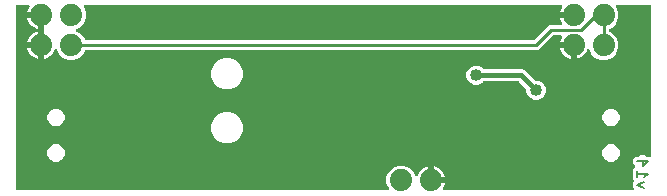
<source format=gbr>
G04 EAGLE Gerber RS-274X export*
G75*
%MOMM*%
%FSLAX34Y34*%
%LPD*%
%INBottom Copper*%
%IPPOS*%
%AMOC8*
5,1,8,0,0,1.08239X$1,22.5*%
G01*
%ADD10C,0.152400*%
%ADD11C,1.879600*%
%ADD12C,1.016000*%
%ADD13C,0.254000*%
%ADD14C,0.406400*%

G36*
X318454Y4071D02*
X318454Y4071D01*
X318504Y4069D01*
X318611Y4091D01*
X318721Y4105D01*
X318767Y4123D01*
X318815Y4133D01*
X318914Y4181D01*
X319016Y4222D01*
X319056Y4251D01*
X319101Y4273D01*
X319185Y4344D01*
X319274Y4408D01*
X319305Y4447D01*
X319343Y4479D01*
X319406Y4569D01*
X319476Y4653D01*
X319498Y4698D01*
X319526Y4739D01*
X319565Y4842D01*
X319612Y4941D01*
X319621Y4990D01*
X319639Y5036D01*
X319651Y5146D01*
X319672Y5253D01*
X319669Y5303D01*
X319674Y5352D01*
X319659Y5461D01*
X319652Y5571D01*
X319637Y5618D01*
X319630Y5667D01*
X319578Y5820D01*
X317753Y10224D01*
X317753Y15176D01*
X319648Y19750D01*
X323150Y23252D01*
X327724Y25147D01*
X332676Y25147D01*
X337250Y23252D01*
X340752Y19750D01*
X342005Y16725D01*
X342020Y16699D01*
X342029Y16670D01*
X342099Y16561D01*
X342163Y16448D01*
X342184Y16427D01*
X342200Y16402D01*
X342294Y16313D01*
X342384Y16220D01*
X342410Y16204D01*
X342431Y16184D01*
X342545Y16121D01*
X342655Y16054D01*
X342684Y16045D01*
X342710Y16031D01*
X342835Y15998D01*
X342959Y15960D01*
X342989Y15959D01*
X343018Y15951D01*
X343148Y15951D01*
X343277Y15945D01*
X343306Y15951D01*
X343336Y15951D01*
X343461Y15983D01*
X343588Y16009D01*
X343615Y16022D01*
X343644Y16030D01*
X343757Y16092D01*
X343874Y16149D01*
X343897Y16168D01*
X343923Y16183D01*
X344017Y16271D01*
X344116Y16355D01*
X344133Y16380D01*
X344155Y16400D01*
X344224Y16509D01*
X344299Y16615D01*
X344310Y16643D01*
X344326Y16669D01*
X344385Y16818D01*
X344536Y17283D01*
X345389Y18957D01*
X346494Y20478D01*
X347822Y21806D01*
X349343Y22911D01*
X351017Y23764D01*
X352804Y24345D01*
X353061Y24385D01*
X353061Y13970D01*
X353076Y13852D01*
X353083Y13733D01*
X353096Y13695D01*
X353101Y13655D01*
X353144Y13544D01*
X353181Y13431D01*
X353203Y13397D01*
X353218Y13359D01*
X353288Y13263D01*
X353351Y13162D01*
X353381Y13134D01*
X353404Y13102D01*
X353496Y13026D01*
X353583Y12944D01*
X353618Y12925D01*
X353649Y12899D01*
X353757Y12848D01*
X353861Y12791D01*
X353901Y12780D01*
X353937Y12763D01*
X354054Y12741D01*
X354169Y12711D01*
X354230Y12707D01*
X354250Y12703D01*
X354270Y12705D01*
X354330Y12701D01*
X355601Y12701D01*
X355601Y11430D01*
X355616Y11312D01*
X355623Y11193D01*
X355636Y11155D01*
X355641Y11114D01*
X355685Y11004D01*
X355721Y10891D01*
X355743Y10856D01*
X355758Y10819D01*
X355828Y10723D01*
X355891Y10622D01*
X355921Y10594D01*
X355945Y10561D01*
X356036Y10486D01*
X356123Y10404D01*
X356158Y10384D01*
X356190Y10359D01*
X356297Y10308D01*
X356402Y10250D01*
X356441Y10240D01*
X356477Y10223D01*
X356594Y10201D01*
X356709Y10171D01*
X356770Y10167D01*
X356790Y10163D01*
X356810Y10165D01*
X356870Y10161D01*
X367285Y10161D01*
X367245Y9904D01*
X366664Y8117D01*
X365811Y6443D01*
X365547Y6080D01*
X365528Y6045D01*
X365503Y6015D01*
X365452Y5906D01*
X365394Y5801D01*
X365384Y5763D01*
X365367Y5727D01*
X365345Y5609D01*
X365315Y5493D01*
X365315Y5454D01*
X365308Y5414D01*
X365315Y5295D01*
X365315Y5175D01*
X365325Y5137D01*
X365327Y5097D01*
X365364Y4983D01*
X365394Y4867D01*
X365413Y4832D01*
X365425Y4795D01*
X365489Y4694D01*
X365547Y4589D01*
X365574Y4559D01*
X365595Y4526D01*
X365683Y4444D01*
X365765Y4357D01*
X365798Y4335D01*
X365827Y4308D01*
X365932Y4250D01*
X366033Y4186D01*
X366071Y4174D01*
X366106Y4154D01*
X366221Y4125D01*
X366335Y4087D01*
X366375Y4085D01*
X366414Y4075D01*
X366574Y4065D01*
X526085Y4065D01*
X526090Y4065D01*
X526094Y4065D01*
X526248Y4085D01*
X526401Y4105D01*
X526405Y4106D01*
X526409Y4107D01*
X526553Y4165D01*
X526696Y4222D01*
X526700Y4224D01*
X526704Y4226D01*
X526829Y4318D01*
X526954Y4408D01*
X526957Y4412D01*
X526960Y4415D01*
X527058Y4535D01*
X527156Y4653D01*
X527158Y4658D01*
X527161Y4661D01*
X527226Y4802D01*
X527292Y4941D01*
X527293Y4946D01*
X527295Y4950D01*
X527323Y5102D01*
X527352Y5253D01*
X527352Y5258D01*
X527352Y5262D01*
X527342Y5417D01*
X527332Y5571D01*
X527331Y5575D01*
X527330Y5580D01*
X527289Y5735D01*
X526851Y7050D01*
X526847Y7059D01*
X526845Y7068D01*
X526782Y7216D01*
X526228Y8325D01*
X526234Y8361D01*
X526263Y8508D01*
X526263Y8517D01*
X526264Y8526D01*
X526254Y8674D01*
X526246Y8826D01*
X526243Y8834D01*
X526242Y8843D01*
X526233Y8880D01*
X526782Y9979D01*
X526785Y9988D01*
X526791Y9996D01*
X526851Y10145D01*
X527363Y11680D01*
X527391Y11821D01*
X527422Y11960D01*
X527421Y11976D01*
X527425Y11992D01*
X527417Y12135D01*
X527412Y12278D01*
X527408Y12293D01*
X527407Y12309D01*
X527364Y12446D01*
X527324Y12584D01*
X527316Y12597D01*
X527311Y12612D01*
X527235Y12734D01*
X527162Y12858D01*
X527148Y12874D01*
X527143Y12882D01*
X527129Y12895D01*
X527056Y12979D01*
X526541Y13493D01*
X526541Y22412D01*
X528023Y23894D01*
X528096Y23988D01*
X528174Y24077D01*
X528193Y24113D01*
X528218Y24145D01*
X528265Y24254D01*
X528319Y24360D01*
X528328Y24400D01*
X528344Y24437D01*
X528363Y24555D01*
X528389Y24671D01*
X528387Y24711D01*
X528394Y24751D01*
X528383Y24870D01*
X528379Y24988D01*
X528368Y25027D01*
X528364Y25068D01*
X528324Y25180D01*
X528291Y25294D01*
X528270Y25329D01*
X528256Y25367D01*
X528190Y25465D01*
X528129Y25568D01*
X528089Y25613D01*
X528078Y25630D01*
X528063Y25643D01*
X528023Y25689D01*
X526541Y27170D01*
X526541Y30327D01*
X528774Y32559D01*
X531129Y32559D01*
X531227Y32572D01*
X531326Y32575D01*
X531384Y32591D01*
X531444Y32599D01*
X531537Y32636D01*
X531632Y32663D01*
X531684Y32694D01*
X531740Y32716D01*
X531820Y32774D01*
X531906Y32825D01*
X531981Y32891D01*
X531997Y32903D01*
X532005Y32912D01*
X532026Y32931D01*
X533095Y34000D01*
X536252Y34000D01*
X537321Y32931D01*
X537399Y32870D01*
X537471Y32802D01*
X537524Y32773D01*
X537572Y32736D01*
X537663Y32697D01*
X537750Y32649D01*
X537808Y32634D01*
X537864Y32610D01*
X537962Y32594D01*
X538058Y32569D01*
X538158Y32563D01*
X538178Y32560D01*
X538190Y32561D01*
X538218Y32559D01*
X540766Y32559D01*
X540884Y32574D01*
X541003Y32582D01*
X541041Y32594D01*
X541082Y32599D01*
X541192Y32643D01*
X541305Y32680D01*
X541340Y32701D01*
X541377Y32716D01*
X541473Y32786D01*
X541574Y32850D01*
X541602Y32879D01*
X541635Y32903D01*
X541711Y32995D01*
X541792Y33081D01*
X541812Y33117D01*
X541837Y33148D01*
X541888Y33256D01*
X541946Y33360D01*
X541956Y33399D01*
X541973Y33436D01*
X541995Y33552D01*
X542025Y33668D01*
X542029Y33728D01*
X542033Y33748D01*
X542031Y33768D01*
X542035Y33828D01*
X542035Y159766D01*
X542020Y159884D01*
X542013Y160003D01*
X542000Y160041D01*
X541995Y160082D01*
X541952Y160192D01*
X541915Y160305D01*
X541893Y160340D01*
X541878Y160377D01*
X541809Y160473D01*
X541745Y160574D01*
X541715Y160602D01*
X541692Y160635D01*
X541600Y160711D01*
X541513Y160792D01*
X541478Y160812D01*
X541447Y160837D01*
X541339Y160888D01*
X541235Y160946D01*
X541195Y160956D01*
X541159Y160973D01*
X541042Y160995D01*
X540927Y161025D01*
X540867Y161029D01*
X540847Y161033D01*
X540826Y161031D01*
X540766Y161035D01*
X513445Y161035D01*
X513396Y161029D01*
X513346Y161031D01*
X513239Y161009D01*
X513129Y160995D01*
X513083Y160977D01*
X513035Y160967D01*
X512936Y160919D01*
X512834Y160878D01*
X512794Y160849D01*
X512749Y160827D01*
X512665Y160756D01*
X512576Y160692D01*
X512545Y160653D01*
X512507Y160621D01*
X512444Y160531D01*
X512374Y160447D01*
X512352Y160402D01*
X512324Y160361D01*
X512285Y160258D01*
X512238Y160159D01*
X512229Y160110D01*
X512211Y160064D01*
X512199Y159954D01*
X512178Y159847D01*
X512181Y159797D01*
X512176Y159748D01*
X512191Y159639D01*
X512198Y159529D01*
X512213Y159482D01*
X512220Y159433D01*
X512272Y159280D01*
X514097Y154876D01*
X514097Y149924D01*
X512202Y145350D01*
X508700Y141848D01*
X506752Y141041D01*
X506727Y141027D01*
X506699Y141017D01*
X506666Y140997D01*
X506641Y140987D01*
X506583Y140944D01*
X506476Y140884D01*
X506455Y140863D01*
X506430Y140847D01*
X506389Y140804D01*
X506384Y140800D01*
X506372Y140786D01*
X506341Y140753D01*
X506248Y140662D01*
X506232Y140637D01*
X506212Y140616D01*
X506149Y140502D01*
X506081Y140391D01*
X506073Y140363D01*
X506058Y140337D01*
X506026Y140211D01*
X505988Y140087D01*
X505986Y140058D01*
X505979Y140029D01*
X505969Y139869D01*
X505969Y139531D01*
X505972Y139502D01*
X505970Y139473D01*
X505992Y139345D01*
X506009Y139216D01*
X506019Y139189D01*
X506024Y139159D01*
X506078Y139041D01*
X506126Y138920D01*
X506143Y138896D01*
X506155Y138869D01*
X506236Y138768D01*
X506312Y138663D01*
X506335Y138644D01*
X506354Y138621D01*
X506457Y138543D01*
X506557Y138460D01*
X506584Y138447D01*
X506608Y138430D01*
X506752Y138359D01*
X508700Y137552D01*
X512202Y134050D01*
X514097Y129476D01*
X514097Y124524D01*
X512202Y119950D01*
X508700Y116448D01*
X504126Y114553D01*
X499174Y114553D01*
X494600Y116448D01*
X491098Y119950D01*
X489845Y122975D01*
X489830Y123001D01*
X489821Y123030D01*
X489751Y123139D01*
X489687Y123252D01*
X489666Y123273D01*
X489650Y123298D01*
X489556Y123387D01*
X489466Y123480D01*
X489440Y123496D01*
X489419Y123516D01*
X489305Y123579D01*
X489195Y123646D01*
X489166Y123655D01*
X489140Y123669D01*
X489015Y123702D01*
X488891Y123740D01*
X488861Y123741D01*
X488832Y123749D01*
X488702Y123749D01*
X488573Y123755D01*
X488544Y123749D01*
X488514Y123749D01*
X488389Y123717D01*
X488262Y123691D01*
X488235Y123678D01*
X488206Y123670D01*
X488093Y123608D01*
X487976Y123551D01*
X487953Y123532D01*
X487927Y123517D01*
X487833Y123429D01*
X487734Y123345D01*
X487717Y123320D01*
X487695Y123300D01*
X487626Y123191D01*
X487551Y123085D01*
X487540Y123057D01*
X487524Y123031D01*
X487465Y122882D01*
X487314Y122417D01*
X486461Y120743D01*
X485356Y119222D01*
X484028Y117894D01*
X482507Y116789D01*
X480833Y115936D01*
X479046Y115355D01*
X478789Y115315D01*
X478789Y125730D01*
X478774Y125848D01*
X478767Y125967D01*
X478754Y126005D01*
X478749Y126045D01*
X478706Y126156D01*
X478669Y126269D01*
X478647Y126303D01*
X478632Y126341D01*
X478562Y126437D01*
X478499Y126538D01*
X478469Y126566D01*
X478445Y126598D01*
X478354Y126674D01*
X478267Y126756D01*
X478232Y126775D01*
X478201Y126801D01*
X478093Y126852D01*
X477989Y126909D01*
X477949Y126920D01*
X477913Y126937D01*
X477796Y126959D01*
X477681Y126989D01*
X477620Y126993D01*
X477600Y126997D01*
X477580Y126995D01*
X477520Y126999D01*
X476249Y126999D01*
X476249Y128270D01*
X476234Y128388D01*
X476227Y128507D01*
X476214Y128545D01*
X476209Y128585D01*
X476165Y128696D01*
X476129Y128809D01*
X476107Y128844D01*
X476092Y128881D01*
X476022Y128977D01*
X475959Y129078D01*
X475929Y129106D01*
X475905Y129139D01*
X475814Y129214D01*
X475727Y129296D01*
X475692Y129316D01*
X475660Y129341D01*
X475553Y129392D01*
X475448Y129450D01*
X475409Y129460D01*
X475373Y129477D01*
X475256Y129499D01*
X475141Y129529D01*
X475080Y129533D01*
X475060Y129537D01*
X475040Y129535D01*
X474980Y129539D01*
X464565Y129539D01*
X464605Y129796D01*
X465186Y131583D01*
X466039Y133257D01*
X466118Y133366D01*
X466137Y133401D01*
X466163Y133431D01*
X466214Y133540D01*
X466271Y133644D01*
X466281Y133683D01*
X466298Y133719D01*
X466321Y133836D01*
X466350Y133953D01*
X466350Y133992D01*
X466358Y134032D01*
X466350Y134151D01*
X466351Y134271D01*
X466341Y134309D01*
X466338Y134349D01*
X466301Y134463D01*
X466272Y134579D01*
X466252Y134614D01*
X466240Y134651D01*
X466176Y134752D01*
X466119Y134857D01*
X466091Y134886D01*
X466070Y134920D01*
X465983Y135002D01*
X465901Y135089D01*
X465867Y135111D01*
X465838Y135138D01*
X465734Y135196D01*
X465633Y135260D01*
X465595Y135272D01*
X465560Y135292D01*
X465444Y135321D01*
X465330Y135359D01*
X465290Y135361D01*
X465252Y135371D01*
X465091Y135381D01*
X459515Y135381D01*
X459416Y135369D01*
X459317Y135366D01*
X459259Y135349D01*
X459199Y135341D01*
X459107Y135305D01*
X459012Y135277D01*
X458960Y135247D01*
X458903Y135224D01*
X458823Y135166D01*
X458738Y135116D01*
X458663Y135050D01*
X458646Y135038D01*
X458638Y135028D01*
X458617Y135010D01*
X446289Y122681D01*
X63331Y122681D01*
X63302Y122678D01*
X63273Y122680D01*
X63145Y122658D01*
X63016Y122641D01*
X62989Y122631D01*
X62959Y122626D01*
X62841Y122572D01*
X62720Y122524D01*
X62696Y122507D01*
X62669Y122495D01*
X62568Y122414D01*
X62463Y122338D01*
X62444Y122315D01*
X62421Y122296D01*
X62343Y122193D01*
X62260Y122093D01*
X62247Y122066D01*
X62230Y122042D01*
X62159Y121898D01*
X61352Y119950D01*
X57850Y116448D01*
X53276Y114553D01*
X48324Y114553D01*
X43750Y116448D01*
X40248Y119950D01*
X38995Y122975D01*
X38980Y123001D01*
X38971Y123030D01*
X38901Y123139D01*
X38837Y123252D01*
X38816Y123273D01*
X38800Y123298D01*
X38706Y123387D01*
X38616Y123480D01*
X38590Y123496D01*
X38569Y123516D01*
X38455Y123579D01*
X38345Y123646D01*
X38316Y123655D01*
X38290Y123669D01*
X38165Y123702D01*
X38041Y123740D01*
X38011Y123741D01*
X37982Y123749D01*
X37852Y123749D01*
X37723Y123755D01*
X37694Y123749D01*
X37664Y123749D01*
X37539Y123717D01*
X37412Y123691D01*
X37385Y123678D01*
X37356Y123670D01*
X37243Y123608D01*
X37126Y123551D01*
X37103Y123532D01*
X37077Y123517D01*
X36983Y123429D01*
X36884Y123345D01*
X36867Y123320D01*
X36845Y123300D01*
X36776Y123191D01*
X36701Y123085D01*
X36690Y123057D01*
X36674Y123031D01*
X36615Y122882D01*
X36464Y122417D01*
X35611Y120743D01*
X34506Y119222D01*
X33178Y117894D01*
X31657Y116789D01*
X29983Y115936D01*
X28196Y115355D01*
X27939Y115315D01*
X27939Y125730D01*
X27924Y125848D01*
X27917Y125967D01*
X27904Y126005D01*
X27899Y126045D01*
X27856Y126156D01*
X27819Y126269D01*
X27797Y126303D01*
X27782Y126341D01*
X27712Y126437D01*
X27649Y126538D01*
X27619Y126566D01*
X27595Y126598D01*
X27504Y126674D01*
X27417Y126756D01*
X27382Y126775D01*
X27351Y126801D01*
X27243Y126852D01*
X27139Y126909D01*
X27099Y126920D01*
X27063Y126937D01*
X26946Y126959D01*
X26831Y126989D01*
X26770Y126993D01*
X26750Y126997D01*
X26730Y126995D01*
X26670Y126999D01*
X25399Y126999D01*
X25399Y127001D01*
X26670Y127001D01*
X26788Y127016D01*
X26907Y127023D01*
X26945Y127036D01*
X26985Y127041D01*
X27096Y127085D01*
X27209Y127121D01*
X27244Y127143D01*
X27281Y127158D01*
X27377Y127228D01*
X27478Y127291D01*
X27506Y127321D01*
X27539Y127345D01*
X27614Y127436D01*
X27696Y127523D01*
X27716Y127558D01*
X27741Y127590D01*
X27792Y127697D01*
X27850Y127802D01*
X27860Y127841D01*
X27877Y127877D01*
X27899Y127994D01*
X27929Y128109D01*
X27933Y128170D01*
X27937Y128190D01*
X27935Y128210D01*
X27939Y128270D01*
X27939Y151130D01*
X27924Y151248D01*
X27917Y151367D01*
X27904Y151405D01*
X27899Y151445D01*
X27856Y151556D01*
X27819Y151669D01*
X27797Y151703D01*
X27782Y151741D01*
X27713Y151837D01*
X27649Y151938D01*
X27619Y151966D01*
X27595Y151998D01*
X27504Y152074D01*
X27417Y152156D01*
X27382Y152175D01*
X27351Y152201D01*
X27243Y152252D01*
X27139Y152309D01*
X27099Y152320D01*
X27063Y152337D01*
X26946Y152359D01*
X26831Y152389D01*
X26770Y152393D01*
X26750Y152397D01*
X26730Y152395D01*
X26670Y152399D01*
X25399Y152399D01*
X25399Y153670D01*
X25384Y153788D01*
X25377Y153907D01*
X25364Y153945D01*
X25359Y153985D01*
X25315Y154096D01*
X25279Y154209D01*
X25257Y154244D01*
X25242Y154281D01*
X25172Y154377D01*
X25109Y154478D01*
X25079Y154506D01*
X25055Y154539D01*
X24964Y154614D01*
X24877Y154696D01*
X24842Y154716D01*
X24810Y154741D01*
X24703Y154792D01*
X24598Y154850D01*
X24559Y154860D01*
X24523Y154877D01*
X24406Y154899D01*
X24291Y154929D01*
X24230Y154933D01*
X24210Y154937D01*
X24190Y154935D01*
X24130Y154939D01*
X13715Y154939D01*
X13755Y155196D01*
X14336Y156983D01*
X15189Y158657D01*
X15453Y159020D01*
X15472Y159055D01*
X15497Y159085D01*
X15548Y159194D01*
X15606Y159299D01*
X15616Y159337D01*
X15633Y159373D01*
X15655Y159491D01*
X15685Y159607D01*
X15685Y159646D01*
X15692Y159686D01*
X15685Y159805D01*
X15685Y159925D01*
X15675Y159963D01*
X15673Y160003D01*
X15636Y160117D01*
X15606Y160233D01*
X15587Y160268D01*
X15575Y160305D01*
X15511Y160406D01*
X15453Y160511D01*
X15426Y160541D01*
X15405Y160574D01*
X15317Y160656D01*
X15235Y160743D01*
X15202Y160765D01*
X15173Y160792D01*
X15068Y160850D01*
X14967Y160914D01*
X14929Y160926D01*
X14894Y160946D01*
X14779Y160975D01*
X14665Y161013D01*
X14625Y161015D01*
X14586Y161025D01*
X14426Y161035D01*
X5334Y161035D01*
X5216Y161020D01*
X5097Y161013D01*
X5059Y161000D01*
X5018Y160995D01*
X4908Y160952D01*
X4795Y160915D01*
X4760Y160893D01*
X4723Y160878D01*
X4627Y160809D01*
X4526Y160745D01*
X4498Y160715D01*
X4465Y160692D01*
X4389Y160600D01*
X4308Y160513D01*
X4288Y160478D01*
X4263Y160447D01*
X4212Y160339D01*
X4154Y160235D01*
X4144Y160195D01*
X4127Y160159D01*
X4105Y160042D01*
X4075Y159927D01*
X4071Y159867D01*
X4067Y159847D01*
X4069Y159826D01*
X4065Y159766D01*
X4065Y5334D01*
X4080Y5216D01*
X4087Y5097D01*
X4100Y5059D01*
X4105Y5018D01*
X4148Y4908D01*
X4185Y4795D01*
X4207Y4760D01*
X4222Y4723D01*
X4291Y4627D01*
X4355Y4526D01*
X4385Y4498D01*
X4408Y4465D01*
X4500Y4389D01*
X4587Y4308D01*
X4622Y4288D01*
X4653Y4263D01*
X4761Y4212D01*
X4865Y4154D01*
X4905Y4144D01*
X4941Y4127D01*
X5058Y4105D01*
X5173Y4075D01*
X5233Y4071D01*
X5253Y4067D01*
X5274Y4069D01*
X5334Y4065D01*
X318405Y4065D01*
X318454Y4071D01*
G37*
G36*
X442284Y131331D02*
X442284Y131331D01*
X442383Y131334D01*
X442441Y131351D01*
X442501Y131359D01*
X442593Y131395D01*
X442688Y131423D01*
X442740Y131453D01*
X442797Y131476D01*
X442877Y131534D01*
X442962Y131584D01*
X443037Y131650D01*
X443054Y131662D01*
X443062Y131672D01*
X443083Y131690D01*
X455411Y144019D01*
X465091Y144019D01*
X465131Y144024D01*
X465171Y144021D01*
X465288Y144044D01*
X465407Y144059D01*
X465444Y144073D01*
X465483Y144081D01*
X465591Y144132D01*
X465702Y144176D01*
X465735Y144199D01*
X465771Y144216D01*
X465863Y144292D01*
X465960Y144362D01*
X465985Y144393D01*
X466016Y144419D01*
X466086Y144515D01*
X466163Y144607D01*
X466180Y144644D01*
X466203Y144676D01*
X466247Y144787D01*
X466298Y144895D01*
X466306Y144934D01*
X466320Y144971D01*
X466335Y145090D01*
X466358Y145207D01*
X466355Y145247D01*
X466360Y145287D01*
X466346Y145406D01*
X466338Y145525D01*
X466326Y145563D01*
X466321Y145602D01*
X466277Y145714D01*
X466240Y145827D01*
X466219Y145861D01*
X466204Y145898D01*
X466118Y146034D01*
X466039Y146143D01*
X465186Y147817D01*
X464605Y149604D01*
X464565Y149861D01*
X474980Y149861D01*
X475098Y149876D01*
X475217Y149883D01*
X475255Y149896D01*
X475295Y149901D01*
X475406Y149944D01*
X475519Y149981D01*
X475553Y150003D01*
X475591Y150018D01*
X475687Y150088D01*
X475788Y150151D01*
X475816Y150181D01*
X475848Y150204D01*
X475924Y150296D01*
X476006Y150383D01*
X476025Y150418D01*
X476051Y150449D01*
X476102Y150557D01*
X476159Y150661D01*
X476170Y150701D01*
X476187Y150737D01*
X476209Y150854D01*
X476239Y150969D01*
X476243Y151030D01*
X476247Y151050D01*
X476245Y151070D01*
X476249Y151130D01*
X476249Y153670D01*
X476234Y153788D01*
X476227Y153907D01*
X476214Y153945D01*
X476209Y153985D01*
X476165Y154096D01*
X476129Y154209D01*
X476107Y154244D01*
X476092Y154281D01*
X476022Y154377D01*
X475959Y154478D01*
X475929Y154506D01*
X475905Y154539D01*
X475814Y154614D01*
X475727Y154696D01*
X475692Y154716D01*
X475660Y154741D01*
X475553Y154792D01*
X475448Y154850D01*
X475409Y154860D01*
X475373Y154877D01*
X475256Y154899D01*
X475141Y154929D01*
X475080Y154933D01*
X475060Y154937D01*
X475040Y154935D01*
X474980Y154939D01*
X464565Y154939D01*
X464605Y155196D01*
X465186Y156983D01*
X466039Y158657D01*
X466303Y159020D01*
X466322Y159055D01*
X466347Y159085D01*
X466398Y159194D01*
X466456Y159299D01*
X466466Y159337D01*
X466483Y159373D01*
X466505Y159491D01*
X466535Y159607D01*
X466535Y159646D01*
X466542Y159686D01*
X466535Y159805D01*
X466535Y159925D01*
X466525Y159963D01*
X466523Y160003D01*
X466486Y160117D01*
X466456Y160233D01*
X466437Y160268D01*
X466425Y160305D01*
X466361Y160406D01*
X466303Y160511D01*
X466276Y160541D01*
X466255Y160574D01*
X466167Y160656D01*
X466085Y160743D01*
X466052Y160765D01*
X466023Y160792D01*
X465918Y160850D01*
X465817Y160914D01*
X465779Y160926D01*
X465744Y160946D01*
X465629Y160975D01*
X465515Y161013D01*
X465475Y161015D01*
X465436Y161025D01*
X465276Y161035D01*
X62595Y161035D01*
X62546Y161029D01*
X62496Y161031D01*
X62389Y161009D01*
X62279Y160995D01*
X62233Y160977D01*
X62185Y160967D01*
X62086Y160919D01*
X61984Y160878D01*
X61944Y160849D01*
X61899Y160827D01*
X61815Y160756D01*
X61726Y160692D01*
X61695Y160653D01*
X61657Y160621D01*
X61594Y160531D01*
X61524Y160447D01*
X61502Y160402D01*
X61474Y160361D01*
X61435Y160258D01*
X61388Y160159D01*
X61379Y160110D01*
X61361Y160064D01*
X61349Y159954D01*
X61328Y159847D01*
X61331Y159797D01*
X61326Y159748D01*
X61341Y159639D01*
X61348Y159529D01*
X61363Y159482D01*
X61370Y159433D01*
X61422Y159280D01*
X63247Y154876D01*
X63247Y149924D01*
X61352Y145350D01*
X57850Y141848D01*
X55495Y140873D01*
X55375Y140804D01*
X55252Y140739D01*
X55237Y140725D01*
X55219Y140715D01*
X55119Y140618D01*
X55016Y140525D01*
X55005Y140508D01*
X54991Y140494D01*
X54918Y140375D01*
X54842Y140259D01*
X54835Y140240D01*
X54824Y140223D01*
X54783Y140090D01*
X54738Y139958D01*
X54737Y139938D01*
X54731Y139919D01*
X54724Y139780D01*
X54713Y139641D01*
X54717Y139621D01*
X54716Y139601D01*
X54744Y139465D01*
X54768Y139328D01*
X54776Y139309D01*
X54780Y139290D01*
X54841Y139164D01*
X54898Y139038D01*
X54911Y139022D01*
X54920Y139004D01*
X55010Y138898D01*
X55097Y138790D01*
X55113Y138777D01*
X55126Y138762D01*
X55240Y138682D01*
X55351Y138598D01*
X55376Y138586D01*
X55386Y138579D01*
X55405Y138572D01*
X55495Y138527D01*
X57851Y137552D01*
X61352Y134050D01*
X62159Y132102D01*
X62173Y132077D01*
X62183Y132049D01*
X62252Y131939D01*
X62316Y131826D01*
X62337Y131805D01*
X62353Y131780D01*
X62447Y131691D01*
X62538Y131598D01*
X62563Y131582D01*
X62584Y131562D01*
X62698Y131499D01*
X62809Y131431D01*
X62837Y131423D01*
X62863Y131408D01*
X62989Y131376D01*
X63113Y131338D01*
X63142Y131336D01*
X63171Y131329D01*
X63331Y131319D01*
X442185Y131319D01*
X442284Y131331D01*
G37*
%LPC*%
G36*
X442883Y80771D02*
X442883Y80771D01*
X439895Y82009D01*
X437609Y84295D01*
X436371Y87283D01*
X436371Y89318D01*
X436359Y89416D01*
X436356Y89515D01*
X436339Y89573D01*
X436331Y89633D01*
X436295Y89725D01*
X436267Y89820D01*
X436237Y89873D01*
X436214Y89929D01*
X436156Y90009D01*
X436106Y90094D01*
X436040Y90170D01*
X436028Y90186D01*
X436018Y90194D01*
X436000Y90215D01*
X430067Y96148D01*
X429989Y96208D01*
X429917Y96276D01*
X429864Y96305D01*
X429816Y96342D01*
X429725Y96382D01*
X429638Y96430D01*
X429580Y96445D01*
X429524Y96469D01*
X429426Y96484D01*
X429330Y96509D01*
X429230Y96515D01*
X429210Y96519D01*
X429198Y96517D01*
X429170Y96519D01*
X400641Y96519D01*
X400543Y96507D01*
X400444Y96504D01*
X400385Y96487D01*
X400325Y96479D01*
X400233Y96443D01*
X400138Y96415D01*
X400086Y96385D01*
X400030Y96362D01*
X399950Y96304D01*
X399864Y96254D01*
X399789Y96188D01*
X399772Y96176D01*
X399764Y96166D01*
X399743Y96148D01*
X398305Y94709D01*
X395317Y93471D01*
X392083Y93471D01*
X389095Y94709D01*
X386809Y96995D01*
X385571Y99983D01*
X385571Y103217D01*
X386809Y106205D01*
X389095Y108491D01*
X392083Y109729D01*
X395317Y109729D01*
X398305Y108491D01*
X399743Y107052D01*
X399822Y106992D01*
X399894Y106924D01*
X399947Y106895D01*
X399995Y106858D01*
X400086Y106818D01*
X400172Y106770D01*
X400231Y106755D01*
X400286Y106731D01*
X400384Y106716D01*
X400480Y106691D01*
X400580Y106685D01*
X400601Y106681D01*
X400613Y106683D01*
X400641Y106681D01*
X432811Y106681D01*
X434678Y105907D01*
X443185Y97400D01*
X443263Y97340D01*
X443335Y97272D01*
X443388Y97243D01*
X443436Y97206D01*
X443527Y97166D01*
X443614Y97118D01*
X443672Y97103D01*
X443728Y97079D01*
X443826Y97064D01*
X443922Y97039D01*
X444022Y97033D01*
X444042Y97029D01*
X444054Y97031D01*
X444082Y97029D01*
X446117Y97029D01*
X449105Y95791D01*
X451391Y93505D01*
X452629Y90517D01*
X452629Y87283D01*
X451391Y84295D01*
X449105Y82009D01*
X446117Y80771D01*
X442883Y80771D01*
G37*
%LPD*%
%LPC*%
G36*
X180253Y89661D02*
X180253Y89661D01*
X175398Y91672D01*
X171682Y95388D01*
X169671Y100243D01*
X169671Y105497D01*
X171682Y110352D01*
X175398Y114068D01*
X180253Y116079D01*
X185507Y116079D01*
X190362Y114068D01*
X194078Y110352D01*
X196089Y105497D01*
X196089Y100243D01*
X194078Y95388D01*
X190362Y91672D01*
X185507Y89661D01*
X180253Y89661D01*
G37*
%LPD*%
%LPC*%
G36*
X180253Y43941D02*
X180253Y43941D01*
X175398Y45952D01*
X171682Y49668D01*
X169671Y54523D01*
X169671Y59777D01*
X171682Y64632D01*
X175398Y68348D01*
X180253Y70359D01*
X185507Y70359D01*
X190362Y68348D01*
X194078Y64632D01*
X196089Y59777D01*
X196089Y54523D01*
X194078Y49668D01*
X190362Y45952D01*
X185507Y43941D01*
X180253Y43941D01*
G37*
%LPD*%
%LPC*%
G36*
X506548Y58501D02*
X506548Y58501D01*
X503866Y59612D01*
X501812Y61666D01*
X500701Y64348D01*
X500701Y67252D01*
X501812Y69934D01*
X503866Y71988D01*
X506548Y73099D01*
X509452Y73099D01*
X512134Y71988D01*
X514188Y69934D01*
X515299Y67252D01*
X515299Y64348D01*
X514188Y61666D01*
X512134Y59612D01*
X509452Y58501D01*
X506548Y58501D01*
G37*
%LPD*%
%LPC*%
G36*
X36648Y58501D02*
X36648Y58501D01*
X33966Y59612D01*
X31912Y61666D01*
X30801Y64348D01*
X30801Y67252D01*
X31912Y69934D01*
X33966Y71988D01*
X36648Y73099D01*
X39552Y73099D01*
X42234Y71988D01*
X44288Y69934D01*
X45399Y67252D01*
X45399Y64348D01*
X44288Y61666D01*
X42234Y59612D01*
X39552Y58501D01*
X36648Y58501D01*
G37*
%LPD*%
%LPC*%
G36*
X506548Y28501D02*
X506548Y28501D01*
X503866Y29612D01*
X501812Y31666D01*
X500701Y34348D01*
X500701Y37252D01*
X501812Y39934D01*
X503866Y41988D01*
X506548Y43099D01*
X509452Y43099D01*
X512134Y41988D01*
X514188Y39934D01*
X515299Y37252D01*
X515299Y34348D01*
X514188Y31666D01*
X512134Y29612D01*
X509452Y28501D01*
X506548Y28501D01*
G37*
%LPD*%
%LPC*%
G36*
X36648Y28501D02*
X36648Y28501D01*
X33966Y29612D01*
X31912Y31666D01*
X30801Y34348D01*
X30801Y37252D01*
X31912Y39934D01*
X33966Y41988D01*
X36648Y43099D01*
X39552Y43099D01*
X42234Y41988D01*
X44288Y39934D01*
X45399Y37252D01*
X45399Y34348D01*
X44288Y31666D01*
X42234Y29612D01*
X39552Y28501D01*
X36648Y28501D01*
G37*
%LPD*%
%LPC*%
G36*
X13715Y129539D02*
X13715Y129539D01*
X13755Y129796D01*
X14336Y131583D01*
X15189Y133257D01*
X16294Y134778D01*
X17622Y136106D01*
X19143Y137211D01*
X20817Y138064D01*
X22137Y138493D01*
X22209Y138527D01*
X22285Y138551D01*
X22352Y138594D01*
X22425Y138628D01*
X22486Y138679D01*
X22553Y138722D01*
X22608Y138780D01*
X22670Y138831D01*
X22717Y138895D01*
X22771Y138953D01*
X22810Y139024D01*
X22857Y139088D01*
X22861Y139098D01*
X22861Y129539D01*
X13715Y129539D01*
G37*
%LPD*%
%LPC*%
G36*
X22857Y140311D02*
X22857Y140311D01*
X22811Y140375D01*
X22772Y140445D01*
X22718Y140503D01*
X22671Y140568D01*
X22609Y140619D01*
X22555Y140677D01*
X22487Y140720D01*
X22426Y140771D01*
X22354Y140805D01*
X22287Y140848D01*
X22140Y140906D01*
X22138Y140907D01*
X22137Y140907D01*
X20817Y141336D01*
X19143Y142189D01*
X17622Y143294D01*
X16294Y144622D01*
X15189Y146143D01*
X14336Y147817D01*
X13755Y149604D01*
X13715Y149861D01*
X22861Y149861D01*
X22861Y140302D01*
X22857Y140311D01*
G37*
%LPD*%
%LPC*%
G36*
X358139Y15239D02*
X358139Y15239D01*
X358139Y24385D01*
X358396Y24345D01*
X360183Y23764D01*
X361857Y22911D01*
X363378Y21806D01*
X364706Y20478D01*
X365811Y18957D01*
X366664Y17283D01*
X367245Y15496D01*
X367285Y15239D01*
X358139Y15239D01*
G37*
%LPD*%
%LPC*%
G36*
X22604Y115355D02*
X22604Y115355D01*
X20817Y115936D01*
X19143Y116789D01*
X17622Y117894D01*
X16294Y119222D01*
X15189Y120743D01*
X14336Y122417D01*
X13755Y124204D01*
X13715Y124461D01*
X22861Y124461D01*
X22861Y115315D01*
X22604Y115355D01*
G37*
%LPD*%
%LPC*%
G36*
X473454Y115355D02*
X473454Y115355D01*
X471667Y115936D01*
X469993Y116789D01*
X468472Y117894D01*
X467144Y119222D01*
X466039Y120743D01*
X465186Y122417D01*
X464605Y124204D01*
X464565Y124461D01*
X473711Y124461D01*
X473711Y115315D01*
X473454Y115355D01*
G37*
%LPD*%
D10*
X536114Y5716D02*
X530352Y8598D01*
X536114Y11479D01*
X536114Y15072D02*
X538995Y17953D01*
X530352Y17953D01*
X530352Y15072D02*
X530352Y20834D01*
X530352Y28749D02*
X538995Y28749D01*
X534674Y24427D01*
X534674Y30189D01*
D11*
X25400Y152400D03*
X50800Y152400D03*
X501650Y152400D03*
X476250Y152400D03*
X330200Y12700D03*
X355600Y12700D03*
X25400Y127000D03*
X50800Y127000D03*
X501650Y127000D03*
X476250Y127000D03*
D12*
X271780Y137160D03*
D13*
X482600Y139700D02*
X495300Y152400D01*
X482600Y139700D02*
X457200Y139700D01*
X444500Y127000D01*
X50800Y127000D01*
X495300Y152400D02*
X501650Y152400D01*
X501650Y127000D01*
D14*
X431800Y101600D02*
X393700Y101600D01*
X431800Y101600D02*
X444500Y88900D01*
D12*
X444500Y88900D03*
X393700Y101600D03*
M02*

</source>
